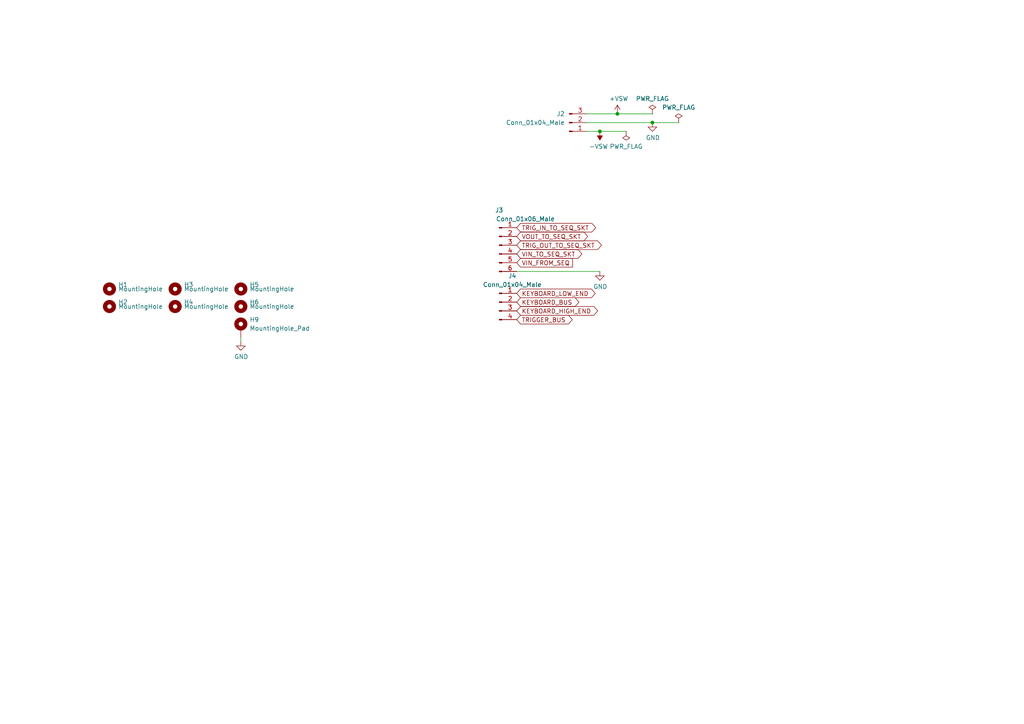
<source format=kicad_sch>
(kicad_sch (version 20230121) (generator eeschema)
  (paper "A4")
  (lib_symbols
    (symbol "Connector:Conn_01x03_Pin" (pin_names (offset 1.016) hide)
      (property "Reference" "J" (at 0 5.08 0))
      (property "Value" "Conn_01x03_Pin" (at 0 -5.08 0))
      (symbol "Conn_01x03_Pin_1_1"
        (polyline (pts (xy 1.27 -2.54) (xy 0.8636 -2.54)) (stroke (width 0.1524)))
        (polyline (pts (xy 1.27 0) (xy 0.8636 0)) (stroke (width 0.1524)))
        (polyline (pts (xy 1.27 2.54) (xy 0.8636 2.54)) (stroke (width 0.1524)))
        (rectangle (start 0.8636 -2.413) (end 0 -2.667) (stroke (width 0.1524)) (fill (type outline)))
        (rectangle (start 0.8636 0.127) (end 0 -0.127) (stroke (width 0.1524)) (fill (type outline)))
        (rectangle (start 0.8636 2.667) (end 0 2.413) (stroke (width 0.1524)) (fill (type outline)))
        (pin passive line (at 5.08 2.54 180) (length 3.81) (name "Pin_1") (number "1"))
        (pin passive line (at 5.08 0 180) (length 3.81) (name "Pin_2") (number "2"))
        (pin passive line (at 5.08 -2.54 180) (length 3.81) (name "Pin_3") (number "3"))
      )
    )
    (symbol "Connector:Conn_01x04_Pin" (pin_names (offset 1.016) hide)
      (property "Reference" "J" (at 0 5.08 0))
      (property "Value" "Conn_01x04_Pin" (at 0 -7.62 0))
      (symbol "Conn_01x04_Pin_1_1"
        (polyline (pts (xy 1.27 -5.08) (xy 0.8636 -5.08)) (stroke (width 0.1524)))
        (polyline (pts (xy 1.27 -2.54) (xy 0.8636 -2.54)) (stroke (width 0.1524)))
        (polyline (pts (xy 1.27 0) (xy 0.8636 0)) (stroke (width 0.1524)))
        (polyline (pts (xy 1.27 2.54) (xy 0.8636 2.54)) (stroke (width 0.1524)))
        (rectangle (start 0.8636 -4.953) (end 0 -5.207) (stroke (width 0.1524)) (fill (type outline)))
        (rectangle (start 0.8636 -2.413) (end 0 -2.667) (stroke (width 0.1524)) (fill (type outline)))
        (rectangle (start 0.8636 0.127) (end 0 -0.127) (stroke (width 0.1524)) (fill (type outline)))
        (rectangle (start 0.8636 2.667) (end 0 2.413) (stroke (width 0.1524)) (fill (type outline)))
        (pin passive line (at 5.08 2.54 180) (length 3.81) (name "Pin_1") (number "1"))
        (pin passive line (at 5.08 0 180) (length 3.81) (name "Pin_2") (number "2"))
        (pin passive line (at 5.08 -2.54 180) (length 3.81) (name "Pin_3") (number "3"))
        (pin passive line (at 5.08 -5.08 180) (length 3.81) (name "Pin_4") (number "4"))
      )
    )
    (symbol "Connector:Conn_01x06_Pin" (pin_names (offset 1.016) hide)
      (property "Reference" "J" (at 0 7.62 0))
      (property "Value" "Conn_01x06_Pin" (at 0 -10.16 0))
      (symbol "Conn_01x06_Pin_1_1"
        (polyline (pts (xy 1.27 -7.62) (xy 0.8636 -7.62)) (stroke (width 0.1524)))
        (polyline (pts (xy 1.27 -5.08) (xy 0.8636 -5.08)) (stroke (width 0.1524)))
        (polyline (pts (xy 1.27 -2.54) (xy 0.8636 -2.54)) (stroke (width 0.1524)))
        (polyline (pts (xy 1.27 0) (xy 0.8636 0)) (stroke (width 0.1524)))
        (polyline (pts (xy 1.27 2.54) (xy 0.8636 2.54)) (stroke (width 0.1524)))
        (polyline (pts (xy 1.27 5.08) (xy 0.8636 5.08)) (stroke (width 0.1524)))
        (rectangle (start 0.8636 -7.493) (end 0 -7.747) (stroke (width 0.1524)) (fill (type outline)))
        (rectangle (start 0.8636 -4.953) (end 0 -5.207) (stroke (width 0.1524)) (fill (type outline)))
        (rectangle (start 0.8636 -2.413) (end 0 -2.667) (stroke (width 0.1524)) (fill (type outline)))
        (rectangle (start 0.8636 0.127) (end 0 -0.127) (stroke (width 0.1524)) (fill (type outline)))
        (rectangle (start 0.8636 2.667) (end 0 2.413) (stroke (width 0.1524)) (fill (type outline)))
        (rectangle (start 0.8636 5.207) (end 0 4.953) (stroke (width 0.1524)) (fill (type outline)))
        (pin passive line (at 5.08 5.08 180) (length 3.81) (name "Pin_1") (number "1"))
        (pin passive line (at 5.08 2.54 180) (length 3.81) (name "Pin_2") (number "2"))
        (pin passive line (at 5.08 0 180) (length 3.81) (name "Pin_3") (number "3"))
        (pin passive line (at 5.08 -2.54 180) (length 3.81) (name "Pin_4") (number "4"))
        (pin passive line (at 5.08 -5.08 180) (length 3.81) (name "Pin_5") (number "5"))
        (pin passive line (at 5.08 -7.62 180) (length 3.81) (name "Pin_6") (number "6"))
      )
    )
    (symbol "Mechanical:MountingHole" (pin_names (offset 1.016))
      (property "Reference" "H" (at 0 5.08 0))
      (property "Value" "MountingHole" (at 0 3.175 0))
      (symbol "MountingHole_0_1"
        (circle (center 0 0) (radius 1.27) (stroke (width 1.27)))
      )
    )
    (symbol "Mechanical:MountingHole_Pad" (pin_numbers hide) (pin_names (offset 1.016) hide)
      (property "Reference" "H" (at 0 6.35 0))
      (property "Value" "MountingHole_Pad" (at 0 4.445 0))
      (symbol "MountingHole_Pad_0_1"
        (circle (center 0 1.27) (radius 1.27) (stroke (width 1.27)))
      )
      (symbol "MountingHole_Pad_1_1"
        (pin input line (at 0 -2.54 90) (length 2.54) (name "1") (number "1"))
      )
    )
    (symbol "power:+VSW" (power) (pin_names (offset 0))
      (property "Value" "+VSW" (at 0 3.556 0))
      (symbol "+VSW_0_1"
        (polyline (pts (xy -0.762 1.27) (xy 0 2.54)))
        (polyline (pts (xy 0 0) (xy 0 2.54)))
        (polyline (pts (xy 0 2.54) (xy 0.762 1.27)))
      )
      (symbol "+VSW_1_1"
        (pin power_in line (at 0 0 90) (length 0) hide (name "+VSW") (number "1"))
      )
    )
    (symbol "power:-VSW" (power) (pin_names (offset 0))
      (property "Value" "-VSW" (at 0 3.81 0))
      (symbol "-VSW_0_0"
        (pin power_in line (at 0 0 90) (length 0) hide (name "-VSW") (number "1"))
      )
      (symbol "-VSW_0_1"
        (polyline (pts (xy 0 0) (xy 0 1.27) (xy 0.762 1.27) (xy 0 2.54) (xy -0.762 1.27) (xy 0 1.27)) (fill (type outline)))
      )
    )
    (symbol "power:GND" (power) (pin_names (offset 0))
      (property "Value" "GND" (at 0 -3.81 0))
      (symbol "GND_0_1"
        (polyline (pts (xy 0 0) (xy 0 -1.27) (xy 1.27 -1.27) (xy 0 -2.54) (xy -1.27 -1.27) (xy 0 -1.27)))
      )
      (symbol "GND_1_1"
        (pin power_in line (at 0 0 270) (length 0) hide (name "GND") (number "1"))
      )
    )
    (symbol "power:PWR_FLAG" (power) (pin_numbers hide) (pin_names (offset 0) hide)
      (property "Value" "PWR_FLAG" (at 0 3.81 0))
      (symbol "PWR_FLAG_0_0"
        (pin power_out line (at 0 0 90) (length 0) (name "pwr") (number "1"))
      )
      (symbol "PWR_FLAG_0_1"
        (polyline (pts (xy 0 0) (xy 0 1.27) (xy -1.016 1.905) (xy 0 2.54) (xy 1.016 1.905) (xy 0 1.27)))
      )
    )
  )
  (junction (at 189.23 35.56))
  (junction (at 173.99 38.1))
  (junction (at 179.07 33.02))
  (wire (pts (xy 170.18 38.1) (xy 173.99 38.1)))
  (wire (pts (xy 189.23 33.02) (xy 179.07 33.02)))
  (wire (pts (xy 173.99 78.74) (xy 149.86 78.74)))
  (wire (pts (xy 69.85 99.06) (xy 69.85 97.79)))
  (wire (pts (xy 181.61 38.1) (xy 173.99 38.1)))
  (wire (pts (xy 179.07 33.02) (xy 170.18 33.02)))
  (wire (pts (xy 170.18 35.56) (xy 189.23 35.56)))
  (wire (pts (xy 196.85 35.56) (xy 189.23 35.56)))
  (global_label "KEYBOARD_BUS" (shape bidirectional) (at 149.86 87.63 0) (property "Intersheetrefs" "${INTERSHEET_REFS}" (effects hide)))
  (global_label "TRIGGER_BUS" (shape bidirectional) (at 149.86 92.71 0) (property "Intersheetrefs" "${INTERSHEET_REFS}" (effects hide)))
  (global_label "VIN_FROM_SEQ" (shape input) (at 149.86 76.2 0) (property "Intersheetrefs" "${INTERSHEET_REFS}" (effects hide)))
  (global_label "TRIG_OUT_TO_SEQ_SKT" (shape bidirectional) (at 149.86 71.12 0) (property "Intersheetrefs" "${INTERSHEET_REFS}" (effects hide)))
  (global_label "TRIG_IN_TO_SEQ_SKT" (shape bidirectional) (at 149.86 66.04 0) (property "Intersheetrefs" "${INTERSHEET_REFS}" (effects hide)))
  (global_label "KEYBOARD_LOW_END" (shape bidirectional) (at 149.86 85.09 0) (property "Intersheetrefs" "${INTERSHEET_REFS}" (effects hide)))
  (global_label "VOUT_TO_SEQ_SKT" (shape bidirectional) (at 149.86 68.58 0) (property "Intersheetrefs" "${INTERSHEET_REFS}" (effects hide)))
  (global_label "KEYBOARD_HIGH_END" (shape bidirectional) (at 149.86 90.17 0) (property "Intersheetrefs" "${INTERSHEET_REFS}" (effects hide)))
  (global_label "VIN_TO_SEQ_SKT" (shape bidirectional) (at 149.86 73.66 0) (property "Intersheetrefs" "${INTERSHEET_REFS}" (effects hide)))
  (symbol (lib_id "power:PWR_FLAG") (at 189.23 33.02 0) (unit 1)
    (property "Reference" "#FLG0101" (effects hide))
    (property "Value" "PWR_FLAG" (at 189.23 28.6258 0))
  )
  (symbol (lib_id "power:PWR_FLAG") (at 181.61 38.1 180) (unit 1)
    (property "Reference" "#FLG0102" (effects hide))
    (property "Value" "PWR_FLAG" (at 181.61 42.4942 0))
  )
  (symbol (lib_id "power:PWR_FLAG") (at 196.85 35.56 0) (unit 1)
    (property "Reference" "#FLG0103" (effects hide))
    (property "Value" "PWR_FLAG" (at 196.85 31.1658 0))
  )
  (symbol (lib_id "Mechanical:MountingHole") (at 31.75 83.82 0) (unit 1)
    (property "Reference" "H1" (at 34.29 82.55 0) (effects (justify left)))
    (property "Value" "MountingHole" (at 34.29 83.82 0) (effects (justify left)))
    (property "Footprint" "MountingHole:MountingHole_3.2mm_M3" (effects hide))
  )
  (symbol (lib_id "Mechanical:MountingHole") (at 31.75 88.9 0) (unit 1)
    (property "Reference" "H2" (at 34.29 87.63 0) (effects (justify left)))
    (property "Value" "MountingHole" (at 34.29 88.9 0) (effects (justify left)))
    (property "Footprint" "MountingHole:MountingHole_3.2mm_M3" (effects hide))
  )
  (symbol (lib_id "Mechanical:MountingHole") (at 50.8 83.82 0) (unit 1)
    (property "Reference" "H3" (at 53.34 82.55 0) (effects (justify left)))
    (property "Value" "MountingHole" (at 53.34 83.82 0) (effects (justify left)))
    (property "Footprint" "MountingHole:MountingHole_3.2mm_M3" (effects hide))
  )
  (symbol (lib_id "Mechanical:MountingHole") (at 50.8 88.9 0) (unit 1)
    (property "Reference" "H4" (at 53.34 87.63 0) (effects (justify left)))
    (property "Value" "MountingHole" (at 53.34 88.9 0) (effects (justify left)))
    (property "Footprint" "MountingHole:MountingHole_3.2mm_M3" (effects hide))
  )
  (symbol (lib_id "Mechanical:MountingHole") (at 69.85 83.82 0) (unit 1)
    (property "Reference" "H5" (at 72.39 82.55 0) (effects (justify left)))
    (property "Value" "MountingHole" (at 72.39 83.82 0) (effects (justify left)))
    (property "Footprint" "MountingHole:MountingHole_3.2mm_M3" (effects hide))
  )
  (symbol (lib_id "Mechanical:MountingHole") (at 69.85 88.9 0) (unit 1)
    (property "Reference" "H6" (at 72.39 87.63 0) (effects (justify left)))
    (property "Value" "MountingHole" (at 72.39 88.9 0) (effects (justify left)))
    (property "Footprint" "MountingHole:MountingHole_3.2mm_M3" (effects hide))
  )
  (symbol (lib_id "Connector:Conn_01x06_Pin") (at 144.78 71.12 0) (unit 1)
    (property "Reference" "J3" (at 144.78 60.96 0))
    (property "Value" "Conn_01x06_Male" (at 152.4 63.5 0))
    (property "Footprint" "Connector_PinHeader_2.54mm:PinHeader_1x06_P2.54mm_Vertical" (effects hide))
  )
  (symbol (lib_id "Connector:Conn_01x04_Pin") (at 144.78 87.63 0) (unit 1)
    (property "Reference" "J4" (at 148.59 80.01 0))
    (property "Value" "Conn_01x04_Male" (at 148.59 82.55 0))
    (property "Footprint" "Connector_PinHeader_2.54mm:PinHeader_1x04_P2.54mm_Vertical" (effects hide))
  )
  (symbol (lib_id "power:-VSW") (at 173.99 38.1 180) (unit 1)
    (property "Reference" "#PWR0101" (effects hide))
    (property "Value" "-VSW" (at 173.609 42.4942 0))
  )
  (symbol (lib_id "power:GND") (at 189.23 35.56 0) (unit 1)
    (property "Reference" "#PWR0102" (effects hide))
    (property "Value" "GND" (at 189.357 39.9542 0))
  )
  (symbol (lib_id "power:+VSW") (at 179.07 33.02 0) (unit 1)
    (property "Reference" "#PWR0103" (effects hide))
    (property "Value" "+VSW" (at 179.451 28.6258 0))
  )
  (symbol (lib_id "Mechanical:MountingHole_Pad") (at 69.85 95.25 0) (unit 1)
    (property "Reference" "H9" (at 72.39 92.71 0) (effects (justify left)))
    (property "Value" "MountingHole_Pad" (at 72.39 95.25 0) (effects (justify left)))
    (property "Footprint" "Connector_PinHeader_2.54mm:PinHeader_1x01_P2.54mm_Vertical" (effects hide))
  )
  (symbol (lib_id "power:GND") (at 69.85 99.06 0) (unit 1)
    (property "Reference" "#PWR0123" (effects hide))
    (property "Value" "GND" (at 69.977 103.4542 0))
  )
  (symbol (lib_id "power:GND") (at 173.99 78.74 0) (unit 1)
    (property "Reference" "#PWR0124" (effects hide))
    (property "Value" "GND" (at 174.117 83.1342 0))
  )
  (symbol (lib_id "Connector:Conn_01x03_Pin") (at 165.1 35.56 0) (mirror x) (unit 1)
    (property "Reference" "J2" (at 163.83 33.02 0) (effects (justify right)))
    (property "Value" "Conn_01x04_Male" (at 163.83 35.56 0) (effects (justify right)))
    (property "Footprint" "Connector_Phoenix_MSTB:PhoenixContact_MSTBA_2,5_3-G_1x03_P5.00mm_Horizontal" (effects hide))
  )
)
</source>
